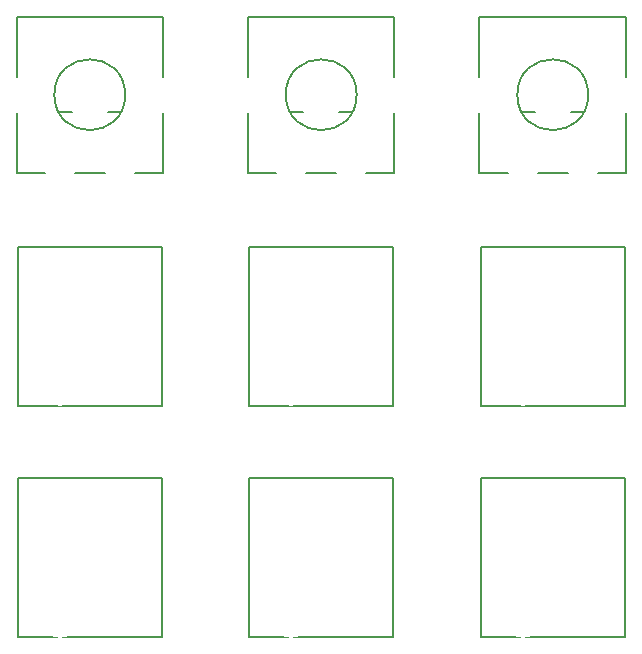
<source format=gto>
G04 #@! TF.GenerationSoftware,KiCad,Pcbnew,(6.0.1)*
G04 #@! TF.CreationDate,2022-06-28T21:47:16+02:00*
G04 #@! TF.ProjectId,RecyclingPad_embedded,52656379-636c-4696-9e67-5061645f656d,rev?*
G04 #@! TF.SameCoordinates,Original*
G04 #@! TF.FileFunction,Legend,Top*
G04 #@! TF.FilePolarity,Positive*
%FSLAX46Y46*%
G04 Gerber Fmt 4.6, Leading zero omitted, Abs format (unit mm)*
G04 Created by KiCad (PCBNEW (6.0.1)) date 2022-06-28 21:47:16*
%MOMM*%
%LPD*%
G01*
G04 APERTURE LIST*
%ADD10C,0.203200*%
%ADD11C,4.089400*%
%ADD12O,2.327000X3.127000*%
%ADD13C,1.627000*%
%ADD14C,2.413000*%
%ADD15C,1.706881*%
%ADD16C,3.352800*%
%ADD17C,2.700000*%
%ADD18C,0.650000*%
%ADD19O,1.000000X1.600000*%
%ADD20O,1.000000X2.100000*%
G04 APERTURE END LIST*
D10*
X163400000Y-81924000D02*
X163400000Y-87000000D01*
X173410000Y-87000000D02*
X175800000Y-87000000D01*
X175800000Y-73800000D02*
X175800000Y-78876000D01*
X172200000Y-81900000D02*
X167000000Y-81900000D01*
X168330000Y-87000000D02*
X170870000Y-87000000D01*
X163400000Y-87000000D02*
X165790000Y-87000000D01*
X163400000Y-73800000D02*
X163400000Y-78876000D01*
X175800000Y-73800000D02*
X163400000Y-73800000D01*
X175800000Y-81924000D02*
X175800000Y-87000000D01*
X172600000Y-80400000D02*
G75*
G03*
X172600000Y-80400000I-3000000J0D01*
G01*
X124200000Y-81924000D02*
X124200000Y-87000000D01*
X134210000Y-87000000D02*
X136600000Y-87000000D01*
X136600000Y-73800000D02*
X136600000Y-78876000D01*
X133000000Y-81900000D02*
X127800000Y-81900000D01*
X129130000Y-87000000D02*
X131670000Y-87000000D01*
X124200000Y-87000000D02*
X126590000Y-87000000D01*
X124200000Y-73800000D02*
X124200000Y-78876000D01*
X136600000Y-73800000D02*
X124200000Y-73800000D01*
X136600000Y-81924000D02*
X136600000Y-87000000D01*
X133400000Y-80400000D02*
G75*
G03*
X133400000Y-80400000I-3000000J0D01*
G01*
X143800000Y-81924000D02*
X143800000Y-87000000D01*
X153810000Y-87000000D02*
X156200000Y-87000000D01*
X156200000Y-73800000D02*
X156200000Y-78876000D01*
X152600000Y-81900000D02*
X147400000Y-81900000D01*
X148730000Y-87000000D02*
X151270000Y-87000000D01*
X143800000Y-87000000D02*
X146190000Y-87000000D01*
X143800000Y-73800000D02*
X143800000Y-78876000D01*
X156200000Y-73800000D02*
X143800000Y-73800000D01*
X156200000Y-81924000D02*
X156200000Y-87000000D01*
X153000000Y-80400000D02*
G75*
G03*
X153000000Y-80400000I-3000000J0D01*
G01*
X124304000Y-93269000D02*
X136496000Y-93269000D01*
X124304000Y-106731000D02*
X124304000Y-93269000D01*
X136496000Y-93269000D02*
X136496000Y-106731000D01*
X136496000Y-106731000D02*
X124304000Y-106731000D01*
X124304000Y-112869000D02*
X136496000Y-112869000D01*
X124304000Y-126331000D02*
X124304000Y-112869000D01*
X136496000Y-112869000D02*
X136496000Y-126331000D01*
X136496000Y-126331000D02*
X124304000Y-126331000D01*
X163504000Y-112869000D02*
X175696000Y-112869000D01*
X163504000Y-126331000D02*
X163504000Y-112869000D01*
X175696000Y-112869000D02*
X175696000Y-126331000D01*
X175696000Y-126331000D02*
X163504000Y-126331000D01*
X163504000Y-93269000D02*
X175696000Y-93269000D01*
X163504000Y-106731000D02*
X163504000Y-93269000D01*
X175696000Y-93269000D02*
X175696000Y-106731000D01*
X175696000Y-106731000D02*
X163504000Y-106731000D01*
X143904000Y-93269000D02*
X156096000Y-93269000D01*
X143904000Y-106731000D02*
X143904000Y-93269000D01*
X156096000Y-93269000D02*
X156096000Y-106731000D01*
X156096000Y-106731000D02*
X143904000Y-106731000D01*
X143904000Y-112869000D02*
X156096000Y-112869000D01*
X143904000Y-126331000D02*
X143904000Y-112869000D01*
X156096000Y-112869000D02*
X156096000Y-126331000D01*
X156096000Y-126331000D02*
X143904000Y-126331000D01*
%LPC*%
D11*
X169600000Y-80400000D03*
D12*
X174680000Y-80400000D03*
X164520000Y-80400000D03*
D13*
X172100000Y-72900000D03*
X167100000Y-72900000D03*
X169600000Y-72900000D03*
X172100000Y-87400000D03*
X167100000Y-87400000D03*
D14*
X173410000Y-82940000D03*
X167060000Y-85480000D03*
D11*
X130400000Y-80400000D03*
D12*
X135480000Y-80400000D03*
X125320000Y-80400000D03*
D13*
X132900000Y-72900000D03*
X127900000Y-72900000D03*
X130400000Y-72900000D03*
X132900000Y-87400000D03*
X127900000Y-87400000D03*
D14*
X134210000Y-82940000D03*
X127860000Y-85480000D03*
D11*
X150000000Y-80400000D03*
D12*
X155080000Y-80400000D03*
X144920000Y-80400000D03*
D13*
X152500000Y-72900000D03*
X147500000Y-72900000D03*
X150000000Y-72900000D03*
X152500000Y-87400000D03*
X147500000Y-87400000D03*
D14*
X153810000Y-82940000D03*
X147460000Y-85480000D03*
D15*
X135480000Y-100000000D03*
X125320000Y-100000000D03*
D11*
X130400000Y-100000000D03*
D16*
X134210000Y-102540000D03*
X127860000Y-105080000D03*
D15*
X135480000Y-119600000D03*
X125320000Y-119600000D03*
D11*
X130400000Y-119600000D03*
D16*
X134210000Y-122140000D03*
X127860000Y-124680000D03*
D15*
X174680000Y-119600000D03*
X164520000Y-119600000D03*
D11*
X169600000Y-119600000D03*
D16*
X173410000Y-122140000D03*
X167060000Y-124680000D03*
D15*
X174680000Y-100000000D03*
X164520000Y-100000000D03*
D11*
X169600000Y-100000000D03*
D16*
X173410000Y-102540000D03*
X167060000Y-105080000D03*
D15*
X155080000Y-100000000D03*
X144920000Y-100000000D03*
D11*
X150000000Y-100000000D03*
D16*
X153810000Y-102540000D03*
X147460000Y-105080000D03*
D15*
X155080000Y-119600000D03*
X144920000Y-119600000D03*
D11*
X150000000Y-119600000D03*
D16*
X153810000Y-122140000D03*
X147460000Y-124680000D03*
D17*
X115500000Y-134500000D03*
X184500000Y-134500000D03*
X184400000Y-65500000D03*
X115500000Y-65500000D03*
D18*
X147110000Y-64700000D03*
X152890000Y-64700000D03*
D19*
X154320000Y-61050000D03*
D20*
X154320000Y-65230000D03*
D19*
X145680000Y-61050000D03*
D20*
X145680000Y-65230000D03*
M02*

</source>
